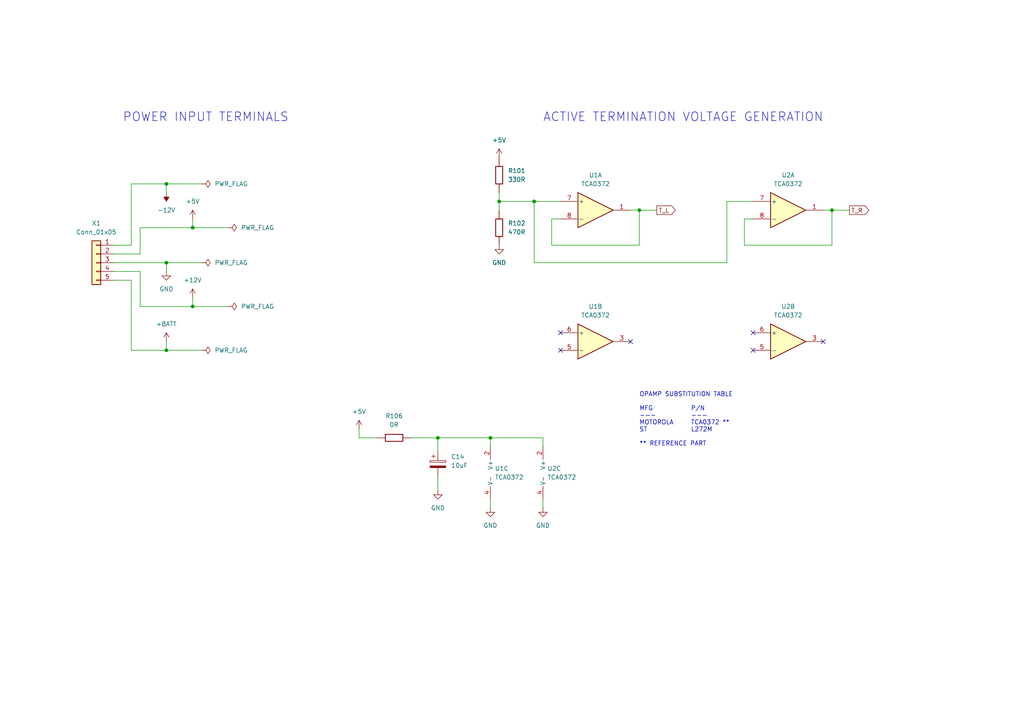
<source format=kicad_sch>
(kicad_sch (version 20211123) (generator eeschema)
  (paper "A4")
  (title_block (title "POWER INPUT AND TERMINATION VOLTAGES") (date "2024-01-03") (rev "1") (company "TOM STOREY") (comment 1 "FREE FOR NON-COMMERCIAL USE"))
  (lib_symbols
    (symbol "COMET symbols:0372DP1" (pin_names (offset 0.127))
      (property "Reference" "U" (at -2.54 0 0))
      (property "Value" "0372DP1" (at -2.54 0 0))
      (symbol "0372DP1_1_1"
        (polyline (pts (xy -5.08 5.08) (xy 5.08 0) (xy -5.08 -5.08) (xy -5.08 5.08)) (stroke (width 0.254)) (fill (type background)))
        (pin output line (at 10.16 0 180) (length 5.08) (name "~") (number "1"))
        (pin input line (at -10.16 2.54 0) (length 5.08) (name "+") (number "7"))
        (pin input line (at -10.16 -2.54 0) (length 5.08) (name "-") (number "8"))
      )
      (symbol "0372DP1_2_1"
        (polyline (pts (xy -5.08 5.08) (xy 5.08 0) (xy -5.08 -5.08) (xy -5.08 5.08)) (stroke (width 0.254)) (fill (type background)))
        (pin output line (at 10.16 0 180) (length 5.08) (name "~") (number "3"))
        (pin input line (at -10.16 -2.54 0) (length 5.08) (name "-") (number "5"))
        (pin input line (at -10.16 2.54 0) (length 5.08) (name "+") (number "6"))
      )
      (symbol "0372DP1_3_1"
        (pin power_in line (at -2.54 7.62 270) (length 3.81) (name "V+") (number "2"))
        (pin power_in line (at -2.54 -7.62 90) (length 3.81) (name "V-") (number "4"))
      )
    )
    (symbol "COMET symbols:R" (pin_numbers hide) (pin_names hide)
      (property "Reference" "R" (at 0 0 0))
      (property "Value" "R" (at 0 0 0))
      (symbol "R_0_1"
        (rectangle (start -1.016 -2.54) (end 1.016 2.54) (stroke (width 0.254)))
      )
      (symbol "R_1_1"
        (pin passive line (at 0 5.08 270) (length 2.54) (name "~") (number "1"))
        (pin passive line (at 0 -5.08 90) (length 2.54) (name "~") (number "2"))
      )
    )
    (symbol "Connector_Generic:Conn_01x05" (pin_names (offset 1.016) hide)
      (property "Reference" "J" (at 0 7.62 0))
      (property "Value" "Conn_01x05" (at 0 -7.62 0))
      (symbol "Conn_01x05_1_1"
        (rectangle (start -1.27 -4.953) (end 0 -5.207) (stroke (width 0.1524)))
        (rectangle (start -1.27 -2.413) (end 0 -2.667) (stroke (width 0.1524)))
        (rectangle (start -1.27 0.127) (end 0 -0.127) (stroke (width 0.1524)))
        (rectangle (start -1.27 2.667) (end 0 2.413) (stroke (width 0.1524)))
        (rectangle (start -1.27 5.207) (end 0 4.953) (stroke (width 0.1524)))
        (rectangle (start -1.27 6.35) (end 1.27 -6.35) (stroke (width 0.254)) (fill (type background)))
        (pin passive line (at -5.08 5.08 0) (length 3.81) (name "Pin_1") (number "1"))
        (pin passive line (at -5.08 2.54 0) (length 3.81) (name "Pin_2") (number "2"))
        (pin passive line (at -5.08 0 0) (length 3.81) (name "Pin_3") (number "3"))
        (pin passive line (at -5.08 -2.54 0) (length 3.81) (name "Pin_4") (number "4"))
        (pin passive line (at -5.08 -5.08 0) (length 3.81) (name "Pin_5") (number "5"))
      )
    )
    (symbol "Device:C_Polarized" (pin_numbers hide) (pin_names (offset 0.254))
      (property "Reference" "C" (at 0.635 2.54 0))
      (property "Value" "C_Polarized" (at 0.635 -2.54 0))
      (symbol "C_Polarized_0_1"
        (rectangle (start -2.286 0.508) (end 2.286 1.016))
        (polyline (pts (xy -1.778 2.286) (xy -0.762 2.286)))
        (polyline (pts (xy -1.27 2.794) (xy -1.27 1.778)))
        (rectangle (start 2.286 -0.508) (end -2.286 -1.016) (fill (type outline)))
      )
      (symbol "C_Polarized_1_1"
        (pin passive line (at 0 3.81 270) (length 2.794) (name "~") (number "1"))
        (pin passive line (at 0 -3.81 90) (length 2.794) (name "~") (number "2"))
      )
    )
    (symbol "power:+12V" (power) (pin_names (offset 0))
      (property "Value" "+12V" (at 0 3.556 0))
      (symbol "+12V_0_1"
        (polyline (pts (xy -0.762 1.27) (xy 0 2.54)))
        (polyline (pts (xy 0 0) (xy 0 2.54)))
        (polyline (pts (xy 0 2.54) (xy 0.762 1.27)))
      )
      (symbol "+12V_1_1"
        (pin power_in line (at 0 0 90) (length 0) hide (name "+12V") (number "1"))
      )
    )
    (symbol "power:+5V" (power) (pin_names (offset 0))
      (property "Value" "+5V" (at 0 3.556 0))
      (symbol "+5V_0_1"
        (polyline (pts (xy -0.762 1.27) (xy 0 2.54)))
        (polyline (pts (xy 0 0) (xy 0 2.54)))
        (polyline (pts (xy 0 2.54) (xy 0.762 1.27)))
      )
      (symbol "+5V_1_1"
        (pin power_in line (at 0 0 90) (length 0) hide (name "+5V") (number "1"))
      )
    )
    (symbol "power:+BATT" (power) (pin_names (offset 0))
      (property "Value" "+BATT" (at 0 3.556 0))
      (symbol "+BATT_0_1"
        (polyline (pts (xy -0.762 1.27) (xy 0 2.54)))
        (polyline (pts (xy 0 0) (xy 0 2.54)))
        (polyline (pts (xy 0 2.54) (xy 0.762 1.27)))
      )
      (symbol "+BATT_1_1"
        (pin power_in line (at 0 0 90) (length 0) hide (name "+BATT") (number "1"))
      )
    )
    (symbol "power:-12V" (power) (pin_names (offset 0))
      (property "Value" "-12V" (at 0 3.81 0))
      (symbol "-12V_0_0"
        (pin power_in line (at 0 0 90) (length 0) hide (name "-12V") (number "1"))
      )
      (symbol "-12V_0_1"
        (polyline (pts (xy 0 0) (xy 0 1.27) (xy 0.762 1.27) (xy 0 2.54) (xy -0.762 1.27) (xy 0 1.27)) (fill (type outline)))
      )
    )
    (symbol "power:GND" (power) (pin_names (offset 0))
      (property "Value" "GND" (at 0 -3.81 0))
      (symbol "GND_0_1"
        (polyline (pts (xy 0 0) (xy 0 -1.27) (xy 1.27 -1.27) (xy 0 -2.54) (xy -1.27 -1.27) (xy 0 -1.27)))
      )
      (symbol "GND_1_1"
        (pin power_in line (at 0 0 270) (length 0) hide (name "GND") (number "1"))
      )
    )
    (symbol "power:PWR_FLAG" (power) (pin_numbers hide) (pin_names (offset 0) hide)
      (property "Value" "PWR_FLAG" (at 0 3.81 0))
      (symbol "PWR_FLAG_0_0"
        (pin power_out line (at 0 0 90) (length 0) (name "pwr") (number "1"))
      )
      (symbol "PWR_FLAG_0_1"
        (polyline (pts (xy 0 0) (xy 0 1.27) (xy -1.016 1.905) (xy 0 2.54) (xy 1.016 1.905) (xy 0 1.27)))
      )
    )
  )
  (junction (at 185.42 60.96))
  (junction (at 142.24 127))
  (junction (at 48.26 101.6))
  (junction (at 154.94 58.42))
  (junction (at 55.88 66.04))
  (junction (at 241.3 60.96))
  (junction (at 48.26 53.34))
  (junction (at 55.88 88.9))
  (junction (at 127 127))
  (junction (at 144.78 58.42))
  (junction (at 48.26 76.2))
  (no_connect (at 218.44 96.52))
  (no_connect (at 162.56 101.6))
  (no_connect (at 162.56 96.52))
  (no_connect (at 218.44 101.6))
  (no_connect (at 238.76 99.06))
  (no_connect (at 182.88 99.06))
  (wire (pts (xy 55.88 66.04) (xy 55.88 63.5)))
  (wire (pts (xy 40.64 88.9) (xy 55.88 88.9)))
  (wire (pts (xy 241.3 60.96) (xy 241.3 71.12)))
  (wire (pts (xy 127 138.43) (xy 127 142.24)))
  (wire (pts (xy 38.1 81.28) (xy 33.02 81.28)))
  (wire (pts (xy 48.26 53.34) (xy 48.26 55.88)))
  (wire (pts (xy 66.04 88.9) (xy 55.88 88.9)))
  (wire (pts (xy 55.88 88.9) (xy 55.88 86.36)))
  (wire (pts (xy 142.24 127) (xy 157.48 127)))
  (wire (pts (xy 58.42 101.6) (xy 48.26 101.6)))
  (wire (pts (xy 66.04 66.04) (xy 55.88 66.04)))
  (wire (pts (xy 160.02 71.12) (xy 185.42 71.12)))
  (wire (pts (xy 144.78 58.42) (xy 154.94 58.42)))
  (wire (pts (xy 144.78 55.88) (xy 144.78 58.42)))
  (wire (pts (xy 58.42 53.34) (xy 48.26 53.34)))
  (wire (pts (xy 40.64 66.04) (xy 40.64 73.66)))
  (wire (pts (xy 154.94 58.42) (xy 162.56 58.42)))
  (wire (pts (xy 40.64 66.04) (xy 55.88 66.04)))
  (wire (pts (xy 38.1 53.34) (xy 38.1 71.12)))
  (wire (pts (xy 119.38 127) (xy 127 127)))
  (wire (pts (xy 185.42 60.96) (xy 185.42 71.12)))
  (wire (pts (xy 157.48 147.32) (xy 157.48 144.78)))
  (wire (pts (xy 215.9 63.5) (xy 218.44 63.5)))
  (wire (pts (xy 40.64 78.74) (xy 33.02 78.74)))
  (wire (pts (xy 215.9 71.12) (xy 215.9 63.5)))
  (wire (pts (xy 38.1 101.6) (xy 38.1 81.28)))
  (wire (pts (xy 210.82 76.2) (xy 154.94 76.2)))
  (wire (pts (xy 38.1 71.12) (xy 33.02 71.12)))
  (wire (pts (xy 185.42 60.96) (xy 190.5 60.96)))
  (wire (pts (xy 109.22 127) (xy 104.14 127)))
  (wire (pts (xy 144.78 58.42) (xy 144.78 60.96)))
  (wire (pts (xy 160.02 71.12) (xy 160.02 63.5)))
  (wire (pts (xy 218.44 58.42) (xy 210.82 58.42)))
  (wire (pts (xy 241.3 71.12) (xy 215.9 71.12)))
  (wire (pts (xy 127 127) (xy 127 130.81)))
  (wire (pts (xy 48.26 76.2) (xy 48.26 78.74)))
  (wire (pts (xy 58.42 76.2) (xy 48.26 76.2)))
  (wire (pts (xy 210.82 58.42) (xy 210.82 76.2)))
  (wire (pts (xy 38.1 53.34) (xy 48.26 53.34)))
  (wire (pts (xy 33.02 76.2) (xy 48.26 76.2)))
  (wire (pts (xy 241.3 60.96) (xy 246.38 60.96)))
  (wire (pts (xy 142.24 147.32) (xy 142.24 144.78)))
  (wire (pts (xy 40.64 88.9) (xy 40.64 78.74)))
  (wire (pts (xy 238.76 60.96) (xy 241.3 60.96)))
  (wire (pts (xy 104.14 124.46) (xy 104.14 127)))
  (wire (pts (xy 182.88 60.96) (xy 185.42 60.96)))
  (wire (pts (xy 157.48 127) (xy 157.48 129.54)))
  (wire (pts (xy 154.94 76.2) (xy 154.94 58.42)))
  (wire (pts (xy 127 127) (xy 142.24 127)))
  (wire (pts (xy 142.24 127) (xy 142.24 129.54)))
  (wire (pts (xy 40.64 73.66) (xy 33.02 73.66)))
  (wire (pts (xy 160.02 63.5) (xy 162.56 63.5)))
  (wire (pts (xy 48.26 99.06) (xy 48.26 101.6)))
  (wire (pts (xy 38.1 101.6) (xy 48.26 101.6)))
  (text "OPAMP SUBSTITUTION TABLE\n\nMFG			P/N\n---			---\nMOTOROLA	TCA0372 **\nST			L272M\n\n** REFERENCE PART" (at 185.42 129.54 0) (effects (font (size 1.27 1.27)) (justify left bottom)))
  (text "ACTIVE TERMINATION VOLTAGE GENERATION" (at 157.48 35.56 0) (effects (font (size 2.54 2.54)) (justify left bottom)))
  (text "POWER INPUT TERMINALS" (at 35.56 35.56 0) (effects (font (size 2.54 2.54)) (justify left bottom)))
  (global_label "T_L" (shape output) (at 190.5 60.96 0) (property "Intersheet References" "${INTERSHEET_REFS}" (effects hide)))
  (global_label "T_R" (shape output) (at 246.38 60.96 0) (property "Intersheet References" "${INTERSHEET_REFS}" (effects hide)))
  (symbol (lib_id "COMET symbols:R") (at 114.3 127 270) (mirror x) (unit 1)
    (property "Reference" "R106" (at 114.3 120.65 90))
    (property "Value" "0R" (at 114.3 123.19 90))
    (property "Footprint" "Resistor_THT:R_Axial_DIN0207_L6.3mm_D2.5mm_P10.16mm_Horizontal" (effects hide))
  )
  (symbol (lib_id "COMET symbols:0372DP1") (at 228.6 60.96 0) (unit 1)
    (property "Reference" "U2" (at 228.6 50.8 0))
    (property "Value" "TCA0372" (at 228.6 53.34 0))
    (property "Footprint" "COMET_footprints:Package_DIP-8" (effects hide))
  )
  (symbol (lib_id "COMET symbols:0372DP1") (at 160.02 137.16 0) (unit 3)
    (property "Reference" "U2" (at 158.75 135.8899 0) (effects (justify left)))
    (property "Value" "TCA0372" (at 158.75 138.4299 0) (effects (justify left)))
    (property "Footprint" "COMET_footprints:Package_DIP-8" (effects hide))
  )
  (symbol (lib_id "power:PWR_FLAG") (at 58.42 53.34 270) (unit 1)
    (property "Reference" "#FLG0105" (effects hide))
    (property "Value" "PWR_FLAG" (at 62.23 53.3399 90) (effects (justify left)))
  )
  (symbol (lib_id "power:PWR_FLAG") (at 66.04 88.9 270) (unit 1)
    (property "Reference" "#FLG0101" (effects hide))
    (property "Value" "PWR_FLAG" (at 69.85 88.8999 90) (effects (justify left)))
  )
  (symbol (lib_id "power:PWR_FLAG") (at 58.42 101.6 270) (unit 1)
    (property "Reference" "#FLG0103" (effects hide))
    (property "Value" "PWR_FLAG" (at 62.23 101.5999 90) (effects (justify left)))
  )
  (symbol (lib_id "COMET symbols:R") (at 144.78 66.04 0) (unit 1)
    (property "Reference" "R102" (at 147.32 64.7699 0) (effects (justify left)))
    (property "Value" "470R" (at 147.32 67.3099 0) (effects (justify left)))
    (property "Footprint" "Resistor_THT:R_Axial_DIN0207_L6.3mm_D2.5mm_P10.16mm_Horizontal" (effects hide))
  )
  (symbol (lib_id "power:PWR_FLAG") (at 58.42 76.2 270) (unit 1)
    (property "Reference" "#FLG0104" (effects hide))
    (property "Value" "PWR_FLAG" (at 62.23 76.1999 90) (effects (justify left)))
  )
  (symbol (lib_id "power:PWR_FLAG") (at 66.04 66.04 270) (unit 1)
    (property "Reference" "#FLG0102" (effects hide))
    (property "Value" "PWR_FLAG" (at 69.85 66.0399 90) (effects (justify left)))
  )
  (symbol (lib_id "power:GND") (at 142.24 147.32 0) (unit 1)
    (property "Reference" "#PWR0110" (effects hide))
    (property "Value" "GND" (at 142.24 152.4 0))
  )
  (symbol (lib_id "power:+5V") (at 104.14 124.46 0) (unit 1)
    (property "Reference" "#PWR0108" (effects hide))
    (property "Value" "+5V" (at 104.14 119.38 0))
  )
  (symbol (lib_id "power:GND") (at 144.78 71.12 0) (unit 1)
    (property "Reference" "#PWR0106" (effects hide))
    (property "Value" "GND" (at 144.78 76.2 0))
  )
  (symbol (lib_id "power:GND") (at 48.26 78.74 0) (unit 1)
    (property "Reference" "#PWR0105" (effects hide))
    (property "Value" "GND" (at 48.26 83.82 0))
  )
  (symbol (lib_id "COMET symbols:0372DP1") (at 144.78 137.16 0) (unit 3)
    (property "Reference" "U1" (at 143.51 135.8899 0) (effects (justify left)))
    (property "Value" "TCA0372" (at 143.51 138.4299 0) (effects (justify left)))
    (property "Footprint" "COMET_footprints:Package_DIP-8" (effects hide))
  )
  (symbol (lib_id "power:+5V") (at 144.78 45.72 0) (unit 1)
    (property "Reference" "#PWR0107" (effects hide))
    (property "Value" "+5V" (at 144.78 40.64 0))
  )
  (symbol (lib_id "power:-12V") (at 48.26 55.88 180) (unit 1)
    (property "Reference" "#PWR0104" (effects hide))
    (property "Value" "-12V" (at 48.26 60.96 0))
  )
  (symbol (lib_id "COMET symbols:0372DP1") (at 172.72 60.96 0) (unit 1)
    (property "Reference" "U1" (at 172.72 50.8 0))
    (property "Value" "TCA0372" (at 172.72 53.34 0))
    (property "Footprint" "COMET_footprints:Package_DIP-8" (effects hide))
  )
  (symbol (lib_id "power:+BATT") (at 48.26 99.06 0) (unit 1)
    (property "Reference" "#PWR0101" (effects hide))
    (property "Value" "+BATT" (at 48.26 93.98 0))
  )
  (symbol (lib_id "COMET symbols:0372DP1") (at 172.72 99.06 0) (unit 2)
    (property "Reference" "U1" (at 172.72 88.9 0))
    (property "Value" "TCA0372" (at 172.72 91.44 0))
    (property "Footprint" "COMET_footprints:Package_DIP-8" (effects hide))
  )
  (symbol (lib_id "power:GND") (at 127 142.24 0) (unit 1)
    (property "Reference" "#PWR0111" (effects hide))
    (property "Value" "GND" (at 127 147.32 0))
  )
  (symbol (lib_id "power:+12V") (at 55.88 86.36 0) (unit 1)
    (property "Reference" "#PWR0102" (effects hide))
    (property "Value" "+12V" (at 55.88 81.28 0))
  )
  (symbol (lib_id "COMET symbols:0372DP1") (at 228.6 99.06 0) (unit 2)
    (property "Reference" "U2" (at 228.6 88.9 0))
    (property "Value" "TCA0372" (at 228.6 91.44 0))
    (property "Footprint" "COMET_footprints:Package_DIP-8" (effects hide))
  )
  (symbol (lib_id "Connector_Generic:Conn_01x05") (at 27.94 76.2 0) (mirror y) (unit 1)
    (property "Reference" "X1" (at 27.94 64.77 0))
    (property "Value" "Conn_01x05" (at 27.94 67.31 0))
    (property "Footprint" "TerminalBlock_Phoenix:TerminalBlock_Phoenix_MKDS-1,5-5-5.08_1x05_P5.08mm_Horizontal" (effects hide))
  )
  (symbol (lib_id "COMET symbols:R") (at 144.78 50.8 0) (unit 1)
    (property "Reference" "R101" (at 147.32 49.5299 0) (effects (justify left)))
    (property "Value" "330R" (at 147.32 52.0699 0) (effects (justify left)))
    (property "Footprint" "Resistor_THT:R_Axial_DIN0207_L6.3mm_D2.5mm_P10.16mm_Horizontal" (effects hide))
  )
  (symbol (lib_id "power:GND") (at 157.48 147.32 0) (unit 1)
    (property "Reference" "#PWR0109" (effects hide))
    (property "Value" "GND" (at 157.48 152.4 0))
  )
  (symbol (lib_id "power:+5V") (at 55.88 63.5 0) (unit 1)
    (property "Reference" "#PWR0103" (effects hide))
    (property "Value" "+5V" (at 55.88 58.42 0))
  )
  (symbol (lib_id "Device:C_Polarized") (at 127 134.62 0) (unit 1)
    (property "Reference" "C14" (at 130.81 132.4609 0) (effects (justify left)))
    (property "Value" "10uF" (at 130.81 135.0009 0) (effects (justify left)))
    (property "Footprint" "Capacitor_THT:CP_Radial_Tantal_D5.0mm_P5.00mm" (effects hide))
  )
)
</source>
